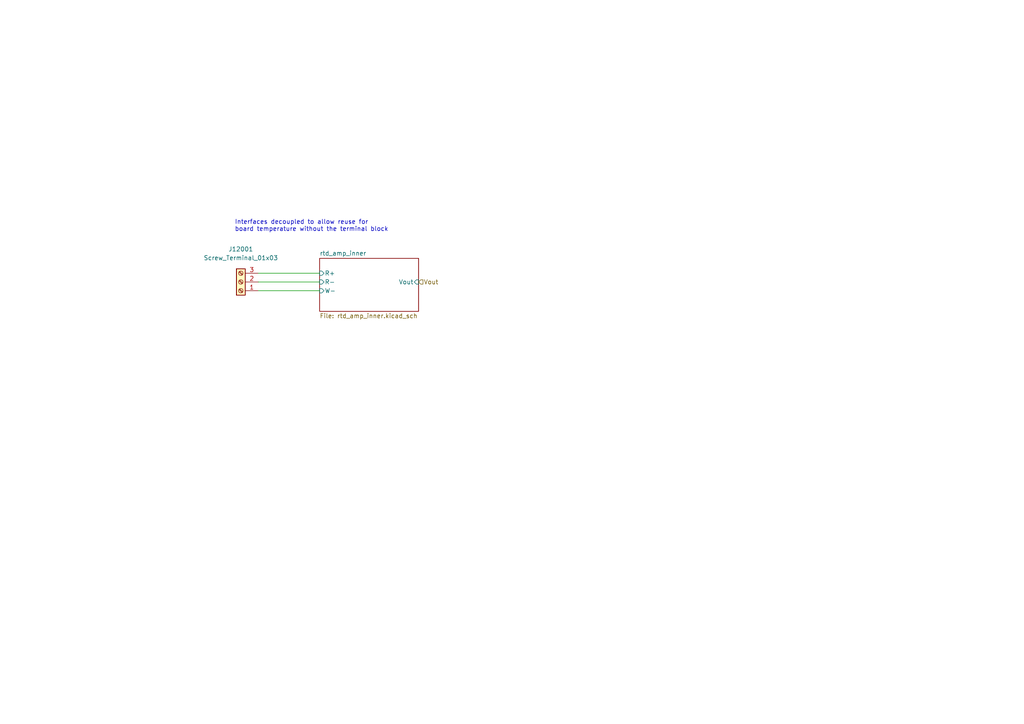
<source format=kicad_sch>
(kicad_sch (version 20231120) (generator "eeschema") (generator_version "8.0")
  (paper "A4")
  (lib_symbols
    (symbol "Connector:Screw_Terminal_01x03" (pin_names (offset 1.016) hide)
      (property "Reference" "J" (at 0 5.08 0))
      (property "Value" "Screw_Terminal_01x03" (at 0 -5.08 0))
      (symbol "Screw_Terminal_01x03_1_1"
        (rectangle (start -1.27 3.81) (end 1.27 -3.81) (stroke (width 0.254)) (fill (type background)))
        (circle (center 0 -2.54) (radius 0.635) (stroke (width 0.1524)))
        (polyline (pts (xy -0.5334 -2.2098) (xy 0.3302 -3.048)) (stroke (width 0.1524)))
        (polyline (pts (xy -0.5334 0.3302) (xy 0.3302 -0.508)) (stroke (width 0.1524)))
        (polyline (pts (xy -0.5334 2.8702) (xy 0.3302 2.032)) (stroke (width 0.1524)))
        (polyline (pts (xy -0.3556 -2.032) (xy 0.508 -2.8702)) (stroke (width 0.1524)))
        (polyline (pts (xy -0.3556 0.508) (xy 0.508 -0.3302)) (stroke (width 0.1524)))
        (polyline (pts (xy -0.3556 3.048) (xy 0.508 2.2098)) (stroke (width 0.1524)))
        (circle (center 0 0) (radius 0.635) (stroke (width 0.1524)))
        (circle (center 0 2.54) (radius 0.635) (stroke (width 0.1524)))
        (pin passive line (at -5.08 2.54 0) (length 3.81) (name "Pin_1") (number "1"))
        (pin passive line (at -5.08 0 0) (length 3.81) (name "Pin_2") (number "2"))
        (pin passive line (at -5.08 -2.54 0) (length 3.81) (name "Pin_3") (number "3"))
      )
    )
  )
  (wire (pts (xy 74.93 84.328) (xy 92.71 84.328)))
  (wire (pts (xy 74.93 81.788) (xy 92.71 81.788)))
  (wire (pts (xy 74.93 79.248) (xy 92.71 79.248)))
  (text "Interfaces decoupled to allow reuse for\nboard temperature without the terminal block" (at 68.072 65.532 0) (effects (font (size 1.27 1.27)) (justify left)))
  (hierarchical_label "Vout" (shape input) (at 121.412 81.788 0))
  (symbol (lib_id "Connector:Screw_Terminal_01x03") (at 69.85 81.788 180) (unit 1)
    (property "Reference" "J12001" (at 69.85 72.263 0))
    (property "Value" "Screw_Terminal_01x03" (at 69.85 74.803 0))
    (property "Footprint" "TerminalBlock:TerminalBlock_bornier-3_P5.08mm" (effects (hide yes)))
    (property "LCSC" "C8270" (effects (hide yes)))
    (instances (project "simplicity_analog_1" (path "" (reference "J12001") (unit 1)) (path "" (reference "J16001") (unit 1)) (path "" (reference "J24001") (unit 1)) (path "" (reference "J20001") (unit 1)) (path "" (reference "J10001") (unit 1))) (project "analog_frontend_panel" (path "" (reference "J9") (unit 1)) (path "" (reference "J10") (unit 1)) (path "" (reference "J20") (unit 1)) (path "" (reference "J11") (unit 1)) (path "" (reference "J8") (unit 1))))
  )
  (sheet (at 92.71 74.93) (size 28.702 15.367) (stroke (width 0.1524))
    (property "Sheetname" "rtd_amp_inner" (at 92.71 74.2184 0) (effects (justify left bottom)))
    (property "Sheetfile" "rtd_amp_inner.kicad_sch" (at 92.71 90.8816 0) (effects (justify left top)))
    (pin "R+" input (at 92.71 79.248 180))
    (pin "R-" input (at 92.71 81.788 180))
    (pin "W-" input (at 92.71 84.328 180))
    (pin "Vout" input (at 121.412 81.788 0))
  )
)
</source>
